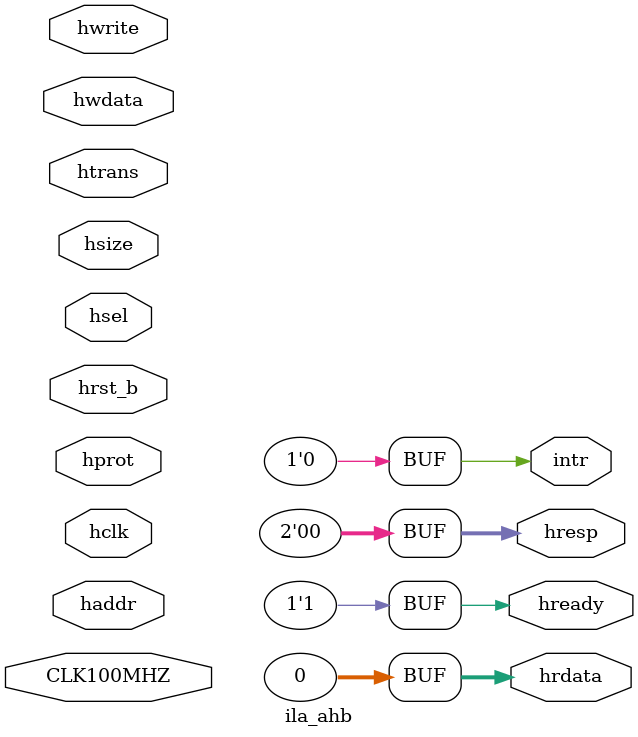
<source format=v>
`timescale 1ns / 1ps


module ila_ahb(
  haddr,
  hclk,
  hprot,
  hrdata,
  hready,
  hresp,
  hrst_b,
  hsel,
  hsize,
  htrans,
  hwdata,
  hwrite,
  intr,
  CLK100MHZ
);
input   [31:0]  haddr;    
input           hclk;      
input   [3 :0]  hprot;        
input           hrst_b;       
input           hsel;      
input   [2 :0]  hsize;       
input   [1 :0]  htrans;     
input   [31:0]  hwdata;   
input           hwrite;   
output  [31:0]  hrdata;    
output          hready;  
output  [1 :0]  hresp;    
output		intr;    
input       CLK100MHZ;
wire  [31:0]  hrdata;       
wire          hready;  
wire  [1 :0]  hresp;    
wire          intr;
assign hrdata[31:0] = 32'b0;       
assign hready = 1'b1;  
assign hresp[1:0] = 2'b0;    
assign intr = 1'b0;     

reg    [31:0]  haddr_r;    
reg            hclk_r;              
reg            hsel_r;      
reg    [2 :0]  hsize_r;       
reg    [1 :0]  htrans_r;     
reg    [31:0]  hwdata_r;   
reg            hwrite_r;   
reg    [31:0]  hrdata_r;    
reg            hready_r;  

always @(posedge CLK100MHZ) begin
    haddr_r <= haddr;    
    hclk_r <= hclk;              
    hsel_r <= hsel;      
    hsize_r <= hsize;       
    htrans_r <= htrans;     
    hwdata_r <= hwdata;   
    hwrite_r <= hwrite;   
    hrdata_r <= hrdata;    
    hready_r <= hready; 
end

ila_1 x_ila_1(
    CLK100MHZ,
    hclk_r,            
    haddr_r,
    hsel_r,   
    hsize_r,      
    htrans_r,
    hwdata_r,   
    hwrite_r,   
    hrdata_r,    
    hready_r  
);

endmodule


</source>
